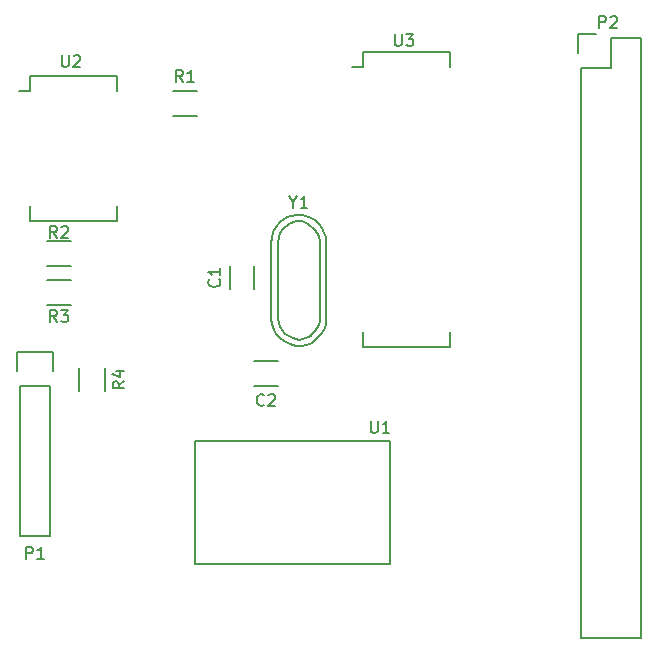
<source format=gbr>
G04 #@! TF.FileFunction,Legend,Top*
%FSLAX46Y46*%
G04 Gerber Fmt 4.6, Leading zero omitted, Abs format (unit mm)*
G04 Created by KiCad (PCBNEW 4.0.1-3.201512221402+6198~38~ubuntu14.04.1-stable) date Fri 08 Jan 2016 09:21:13 PM CST*
%MOMM*%
G01*
G04 APERTURE LIST*
%ADD10C,0.100000*%
%ADD11C,0.150000*%
G04 APERTURE END LIST*
D10*
D11*
X145805000Y-121904000D02*
X145805000Y-119904000D01*
X143755000Y-119904000D02*
X143755000Y-121904000D01*
X145812000Y-130057000D02*
X147812000Y-130057000D01*
X147812000Y-128007000D02*
X145812000Y-128007000D01*
X128524000Y-130048000D02*
X128524000Y-142748000D01*
X128524000Y-142748000D02*
X125984000Y-142748000D01*
X125984000Y-142748000D02*
X125984000Y-130048000D01*
X128804000Y-127228000D02*
X128804000Y-128778000D01*
X128524000Y-130048000D02*
X125984000Y-130048000D01*
X125704000Y-128778000D02*
X125704000Y-127228000D01*
X125704000Y-127228000D02*
X128804000Y-127228000D01*
X178562000Y-151384000D02*
X178562000Y-100584000D01*
X173482000Y-103124000D02*
X173482000Y-151384000D01*
X178562000Y-151384000D02*
X173482000Y-151384000D01*
X178562000Y-100584000D02*
X176022000Y-100584000D01*
X174752000Y-100304000D02*
X173202000Y-100304000D01*
X176022000Y-100584000D02*
X176022000Y-103124000D01*
X176022000Y-103124000D02*
X173482000Y-103124000D01*
X173202000Y-100304000D02*
X173202000Y-101854000D01*
X140954000Y-107247000D02*
X138954000Y-107247000D01*
X138954000Y-105097000D02*
X140954000Y-105097000D01*
X130286000Y-119947000D02*
X128286000Y-119947000D01*
X128286000Y-117797000D02*
X130286000Y-117797000D01*
X128286000Y-121099000D02*
X130286000Y-121099000D01*
X130286000Y-123249000D02*
X128286000Y-123249000D01*
X131005000Y-130540000D02*
X131005000Y-128540000D01*
X133155000Y-128540000D02*
X133155000Y-130540000D01*
X157353000Y-134747000D02*
X157353000Y-145161000D01*
X157353000Y-145161000D02*
X140843000Y-145161000D01*
X140843000Y-145161000D02*
X140843000Y-134747000D01*
X140843000Y-134747000D02*
X157353000Y-134747000D01*
X126881000Y-103877000D02*
X126881000Y-105147000D01*
X134231000Y-103877000D02*
X134231000Y-105147000D01*
X134231000Y-116087000D02*
X134231000Y-114817000D01*
X126881000Y-116087000D02*
X126881000Y-114817000D01*
X126881000Y-103877000D02*
X134231000Y-103877000D01*
X126881000Y-116087000D02*
X134231000Y-116087000D01*
X126881000Y-105147000D02*
X125946000Y-105147000D01*
X155075000Y-101845000D02*
X155075000Y-103115000D01*
X162425000Y-101845000D02*
X162425000Y-103115000D01*
X162425000Y-126755000D02*
X162425000Y-125485000D01*
X155075000Y-126755000D02*
X155075000Y-125485000D01*
X155075000Y-101845000D02*
X162425000Y-101845000D01*
X155075000Y-126755000D02*
X162425000Y-126755000D01*
X155075000Y-103115000D02*
X154140000Y-103115000D01*
X150606760Y-125857000D02*
X150205440Y-126057660D01*
X150205440Y-126057660D02*
X149606000Y-126159260D01*
X149606000Y-126159260D02*
X149105620Y-126057660D01*
X149105620Y-126057660D02*
X148407120Y-125658880D01*
X148407120Y-125658880D02*
X148005800Y-125056900D01*
X148005800Y-125056900D02*
X147805140Y-124457460D01*
X147805140Y-124457460D02*
X147805140Y-117858540D01*
X147805140Y-117858540D02*
X148005800Y-117157500D01*
X148005800Y-117157500D02*
X148305520Y-116758720D01*
X148305520Y-116758720D02*
X148805900Y-116357400D01*
X148805900Y-116357400D02*
X149405340Y-116156740D01*
X149405340Y-116156740D02*
X149905720Y-116156740D01*
X149905720Y-116156740D02*
X150406100Y-116357400D01*
X150406100Y-116357400D02*
X151005540Y-116857780D01*
X151005540Y-116857780D02*
X151305260Y-117358160D01*
X151305260Y-117358160D02*
X151406860Y-117858540D01*
X151406860Y-117957600D02*
X151406860Y-124559060D01*
X151406860Y-124559060D02*
X151305260Y-124957840D01*
X151305260Y-124957840D02*
X151005540Y-125458220D01*
X151005540Y-125458220D02*
X150505160Y-125958600D01*
X151935180Y-117967760D02*
X151886920Y-117508020D01*
X151886920Y-117508020D02*
X151775160Y-117109240D01*
X151775160Y-117109240D02*
X151556720Y-116677440D01*
X151556720Y-116677440D02*
X151325580Y-116387880D01*
X151325580Y-116387880D02*
X150975060Y-116057680D01*
X150975060Y-116057680D02*
X150436580Y-115768120D01*
X150436580Y-115768120D02*
X149837140Y-115638580D01*
X149837140Y-115638580D02*
X149326600Y-115638580D01*
X149326600Y-115638580D02*
X148625560Y-115808760D01*
X148625560Y-115808760D02*
X148036280Y-116207540D01*
X148036280Y-116207540D02*
X147665440Y-116667280D01*
X147665440Y-116667280D02*
X147457160Y-117088920D01*
X147457160Y-117088920D02*
X147297140Y-117538500D01*
X147297140Y-117538500D02*
X147266660Y-117977920D01*
X147485100Y-125318520D02*
X147706080Y-125696980D01*
X147706080Y-125696980D02*
X147985480Y-126017020D01*
X147985480Y-126017020D02*
X148315680Y-126268480D01*
X148315680Y-126268480D02*
X148866860Y-126568200D01*
X148866860Y-126568200D02*
X149336760Y-126677420D01*
X149336760Y-126677420D02*
X149796500Y-126697740D01*
X149796500Y-126697740D02*
X150256240Y-126608840D01*
X150256240Y-126608840D02*
X150705820Y-126418340D01*
X150705820Y-126418340D02*
X151175720Y-126057660D01*
X151175720Y-126057660D02*
X151495760Y-125707140D01*
X151495760Y-125707140D02*
X151726900Y-125318520D01*
X151726900Y-125318520D02*
X151866600Y-124889260D01*
X151866600Y-124889260D02*
X151935180Y-124447300D01*
X147276820Y-117957600D02*
X147276820Y-124409200D01*
X147276820Y-124409200D02*
X147314920Y-124828300D01*
X147314920Y-124828300D02*
X147485100Y-125318520D01*
X151935180Y-117957600D02*
X151935180Y-124409200D01*
X142851143Y-121070666D02*
X142898762Y-121118285D01*
X142946381Y-121261142D01*
X142946381Y-121356380D01*
X142898762Y-121499238D01*
X142803524Y-121594476D01*
X142708286Y-121642095D01*
X142517810Y-121689714D01*
X142374952Y-121689714D01*
X142184476Y-121642095D01*
X142089238Y-121594476D01*
X141994000Y-121499238D01*
X141946381Y-121356380D01*
X141946381Y-121261142D01*
X141994000Y-121118285D01*
X142041619Y-121070666D01*
X142946381Y-120118285D02*
X142946381Y-120689714D01*
X142946381Y-120404000D02*
X141946381Y-120404000D01*
X142089238Y-120499238D01*
X142184476Y-120594476D01*
X142232095Y-120689714D01*
X146645334Y-131689143D02*
X146597715Y-131736762D01*
X146454858Y-131784381D01*
X146359620Y-131784381D01*
X146216762Y-131736762D01*
X146121524Y-131641524D01*
X146073905Y-131546286D01*
X146026286Y-131355810D01*
X146026286Y-131212952D01*
X146073905Y-131022476D01*
X146121524Y-130927238D01*
X146216762Y-130832000D01*
X146359620Y-130784381D01*
X146454858Y-130784381D01*
X146597715Y-130832000D01*
X146645334Y-130879619D01*
X147026286Y-130879619D02*
X147073905Y-130832000D01*
X147169143Y-130784381D01*
X147407239Y-130784381D01*
X147502477Y-130832000D01*
X147550096Y-130879619D01*
X147597715Y-130974857D01*
X147597715Y-131070095D01*
X147550096Y-131212952D01*
X146978667Y-131784381D01*
X147597715Y-131784381D01*
X126515905Y-144724381D02*
X126515905Y-143724381D01*
X126896858Y-143724381D01*
X126992096Y-143772000D01*
X127039715Y-143819619D01*
X127087334Y-143914857D01*
X127087334Y-144057714D01*
X127039715Y-144152952D01*
X126992096Y-144200571D01*
X126896858Y-144248190D01*
X126515905Y-144248190D01*
X128039715Y-144724381D02*
X127468286Y-144724381D01*
X127754000Y-144724381D02*
X127754000Y-143724381D01*
X127658762Y-143867238D01*
X127563524Y-143962476D01*
X127468286Y-144010095D01*
X175029905Y-99766381D02*
X175029905Y-98766381D01*
X175410858Y-98766381D01*
X175506096Y-98814000D01*
X175553715Y-98861619D01*
X175601334Y-98956857D01*
X175601334Y-99099714D01*
X175553715Y-99194952D01*
X175506096Y-99242571D01*
X175410858Y-99290190D01*
X175029905Y-99290190D01*
X175982286Y-98861619D02*
X176029905Y-98814000D01*
X176125143Y-98766381D01*
X176363239Y-98766381D01*
X176458477Y-98814000D01*
X176506096Y-98861619D01*
X176553715Y-98956857D01*
X176553715Y-99052095D01*
X176506096Y-99194952D01*
X175934667Y-99766381D01*
X176553715Y-99766381D01*
X139787334Y-104324381D02*
X139454000Y-103848190D01*
X139215905Y-104324381D02*
X139215905Y-103324381D01*
X139596858Y-103324381D01*
X139692096Y-103372000D01*
X139739715Y-103419619D01*
X139787334Y-103514857D01*
X139787334Y-103657714D01*
X139739715Y-103752952D01*
X139692096Y-103800571D01*
X139596858Y-103848190D01*
X139215905Y-103848190D01*
X140739715Y-104324381D02*
X140168286Y-104324381D01*
X140454000Y-104324381D02*
X140454000Y-103324381D01*
X140358762Y-103467238D01*
X140263524Y-103562476D01*
X140168286Y-103610095D01*
X129119334Y-117546381D02*
X128786000Y-117070190D01*
X128547905Y-117546381D02*
X128547905Y-116546381D01*
X128928858Y-116546381D01*
X129024096Y-116594000D01*
X129071715Y-116641619D01*
X129119334Y-116736857D01*
X129119334Y-116879714D01*
X129071715Y-116974952D01*
X129024096Y-117022571D01*
X128928858Y-117070190D01*
X128547905Y-117070190D01*
X129500286Y-116641619D02*
X129547905Y-116594000D01*
X129643143Y-116546381D01*
X129881239Y-116546381D01*
X129976477Y-116594000D01*
X130024096Y-116641619D01*
X130071715Y-116736857D01*
X130071715Y-116832095D01*
X130024096Y-116974952D01*
X129452667Y-117546381D01*
X130071715Y-117546381D01*
X129119334Y-124658381D02*
X128786000Y-124182190D01*
X128547905Y-124658381D02*
X128547905Y-123658381D01*
X128928858Y-123658381D01*
X129024096Y-123706000D01*
X129071715Y-123753619D01*
X129119334Y-123848857D01*
X129119334Y-123991714D01*
X129071715Y-124086952D01*
X129024096Y-124134571D01*
X128928858Y-124182190D01*
X128547905Y-124182190D01*
X129452667Y-123658381D02*
X130071715Y-123658381D01*
X129738381Y-124039333D01*
X129881239Y-124039333D01*
X129976477Y-124086952D01*
X130024096Y-124134571D01*
X130071715Y-124229810D01*
X130071715Y-124467905D01*
X130024096Y-124563143D01*
X129976477Y-124610762D01*
X129881239Y-124658381D01*
X129595524Y-124658381D01*
X129500286Y-124610762D01*
X129452667Y-124563143D01*
X134832381Y-129706666D02*
X134356190Y-130040000D01*
X134832381Y-130278095D02*
X133832381Y-130278095D01*
X133832381Y-129897142D01*
X133880000Y-129801904D01*
X133927619Y-129754285D01*
X134022857Y-129706666D01*
X134165714Y-129706666D01*
X134260952Y-129754285D01*
X134308571Y-129801904D01*
X134356190Y-129897142D01*
X134356190Y-130278095D01*
X134165714Y-128849523D02*
X134832381Y-128849523D01*
X133784762Y-129087619D02*
X134499048Y-129325714D01*
X134499048Y-128706666D01*
X155702095Y-133056381D02*
X155702095Y-133865905D01*
X155749714Y-133961143D01*
X155797333Y-134008762D01*
X155892571Y-134056381D01*
X156083048Y-134056381D01*
X156178286Y-134008762D01*
X156225905Y-133961143D01*
X156273524Y-133865905D01*
X156273524Y-133056381D01*
X157273524Y-134056381D02*
X156702095Y-134056381D01*
X156987809Y-134056381D02*
X156987809Y-133056381D01*
X156892571Y-133199238D01*
X156797333Y-133294476D01*
X156702095Y-133342095D01*
X129540095Y-102068381D02*
X129540095Y-102877905D01*
X129587714Y-102973143D01*
X129635333Y-103020762D01*
X129730571Y-103068381D01*
X129921048Y-103068381D01*
X130016286Y-103020762D01*
X130063905Y-102973143D01*
X130111524Y-102877905D01*
X130111524Y-102068381D01*
X130540095Y-102163619D02*
X130587714Y-102116000D01*
X130682952Y-102068381D01*
X130921048Y-102068381D01*
X131016286Y-102116000D01*
X131063905Y-102163619D01*
X131111524Y-102258857D01*
X131111524Y-102354095D01*
X131063905Y-102496952D01*
X130492476Y-103068381D01*
X131111524Y-103068381D01*
X157734095Y-100290381D02*
X157734095Y-101099905D01*
X157781714Y-101195143D01*
X157829333Y-101242762D01*
X157924571Y-101290381D01*
X158115048Y-101290381D01*
X158210286Y-101242762D01*
X158257905Y-101195143D01*
X158305524Y-101099905D01*
X158305524Y-100290381D01*
X158686476Y-100290381D02*
X159305524Y-100290381D01*
X158972190Y-100671333D01*
X159115048Y-100671333D01*
X159210286Y-100718952D01*
X159257905Y-100766571D01*
X159305524Y-100861810D01*
X159305524Y-101099905D01*
X159257905Y-101195143D01*
X159210286Y-101242762D01*
X159115048Y-101290381D01*
X158829333Y-101290381D01*
X158734095Y-101242762D01*
X158686476Y-101195143D01*
X149129809Y-114530190D02*
X149129809Y-115006381D01*
X148796476Y-114006381D02*
X149129809Y-114530190D01*
X149463143Y-114006381D01*
X150320286Y-115006381D02*
X149748857Y-115006381D01*
X150034571Y-115006381D02*
X150034571Y-114006381D01*
X149939333Y-114149238D01*
X149844095Y-114244476D01*
X149748857Y-114292095D01*
M02*

</source>
